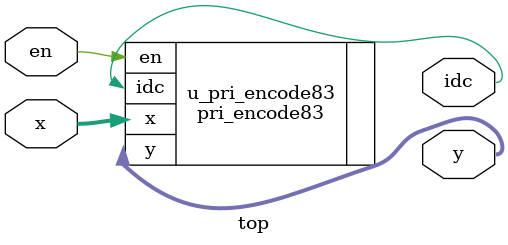
<source format=v>
module top (
        input  [7:0] x,
        input  en,
        output idc,
        output reg [2:0]y
    );

    pri_encode83 u_pri_encode83(
                     .x   	( x    ),
                     .en  	( en   ),
                     .idc 	( idc  ),
                     .y   	( y    )
                 );



endmodule //top

</source>
